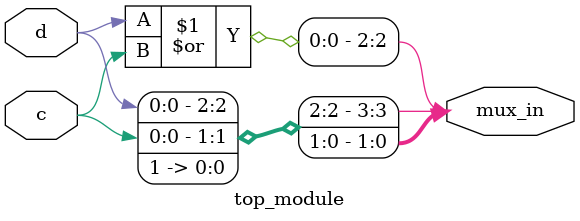
<source format=sv>
module top_module (
    input c,
    input d,
    output [3:0] mux_in
);

wire [1:0] mux1_out;
wire mux2_out;

// Implement the Karnaugh map using multiplexers
assign mux_in[0] = 1'b1;
assign mux_in[1] = c;
assign mux_in[2] = d | c;
assign mux_in[3] = d;

endmodule

</source>
